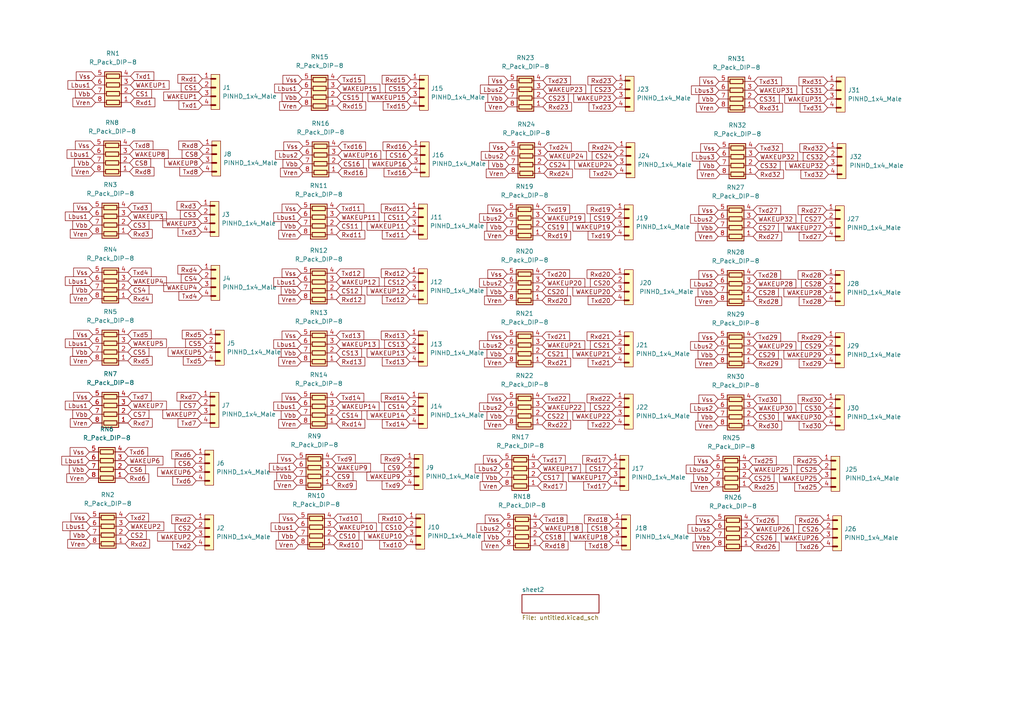
<source format=kicad_sch>
(kicad_sch (version 20231120) (generator "eeschema") (generator_version "8.0")
  (paper "A4")
  (global_label "CS13" (shape input) (at 97.536 102.362 0) (property "Intersheetrefs" "${INTERSHEET_REFS}" (effects (hide yes))))
  (global_label "WAKEUP28" (shape input) (at 218.44 82.296 0) (property "Intersheetrefs" "${INTERSHEET_REFS}" (effects (hide yes))))
  (global_label "Txd10" (shape input) (at 96.774 150.368 0) (property "Intersheetrefs" "${INTERSHEET_REFS}" (effects (hide yes))))
  (global_label "WAKEUP12" (shape input) (at 118.872 84.328 180) (property "Intersheetrefs" "${INTERSHEET_REFS}" (effects (hide yes))))
  (global_label "Vss" (shape input) (at 87.63 23.114 180) (property "Intersheetrefs" "${INTERSHEET_REFS}" (effects (hide yes))))
  (global_label "Txd25" (shape input) (at 238.506 141.224 180) (property "Intersheetrefs" "${INTERSHEET_REFS}" (effects (hide yes))))
  (global_label "Vbb" (shape input) (at 27.432 47.244 180) (property "Intersheetrefs" "${INTERSHEET_REFS}" (effects (hide yes))))
  (global_label "Txd13" (shape input) (at 118.872 104.902 180) (property "Intersheetrefs" "${INTERSHEET_REFS}" (effects (hide yes))))
  (global_label "CS29" (shape input) (at 218.44 102.87 0) (property "Intersheetrefs" "${INTERSHEET_REFS}" (effects (hide yes))))
  (global_label "Rxd10" (shape input) (at 118.11 150.368 180) (property "Intersheetrefs" "${INTERSHEET_REFS}" (effects (hide yes))))
  (global_label "Txd16" (shape input) (at 119.38 50.038 180) (property "Intersheetrefs" "${INTERSHEET_REFS}" (effects (hide yes))))
  (global_label "Rxd24" (shape input) (at 157.734 50.292 0) (property "Intersheetrefs" "${INTERSHEET_REFS}" (effects (hide yes))))
  (global_label "WAKEUP1" (shape input) (at 37.846 24.638 0) (property "Intersheetrefs" "${INTERSHEET_REFS}" (effects (hide yes))))
  (global_label "Rxd26" (shape input) (at 239.014 150.876 180) (property "Intersheetrefs" "${INTERSHEET_REFS}" (effects (hide yes))))
  (global_label "CS21" (shape input) (at 178.562 100.076 180) (property "Intersheetrefs" "${INTERSHEET_REFS}" (effects (hide yes))))
  (global_label "Rxd17" (shape input) (at 177.292 133.35 180) (property "Intersheetrefs" "${INTERSHEET_REFS}" (effects (hide yes))))
  (global_label "Lbus2" (shape input) (at 147.574 45.212 180) (property "Intersheetrefs" "${INTERSHEET_REFS}" (effects (hide yes))))
  (global_label "CS1" (shape input) (at 58.674 25.4 180) (property "Intersheetrefs" "${INTERSHEET_REFS}" (effects (hide yes))))
  (global_label "Rxd2" (shape input) (at 56.896 150.622 180) (property "Intersheetrefs" "${INTERSHEET_REFS}" (effects (hide yes))))
  (global_label "Vren" (shape input) (at 208.28 68.58 180) (property "Intersheetrefs" "${INTERSHEET_REFS}" (effects (hide yes))))
  (global_label "Vren" (shape input) (at 207.518 158.496 180) (property "Intersheetrefs" "${INTERSHEET_REFS}" (effects (hide yes))))
  (global_label "Vren" (shape input) (at 87.376 104.902 180) (property "Intersheetrefs" "${INTERSHEET_REFS}" (effects (hide yes))))
  (global_label "Txd31" (shape input) (at 218.694 23.622 0) (property "Intersheetrefs" "${INTERSHEET_REFS}" (effects (hide yes))))
  (global_label "CS23" (shape input) (at 178.816 25.908 180) (property "Intersheetrefs" "${INTERSHEET_REFS}" (effects (hide yes))))
  (global_label "Vren" (shape input) (at 208.534 31.242 180) (property "Intersheetrefs" "${INTERSHEET_REFS}" (effects (hide yes))))
  (global_label "Vss" (shape input) (at 146.304 150.622 180) (property "Intersheetrefs" "${INTERSHEET_REFS}" (effects (hide yes))))
  (global_label "WAKEUP26" (shape input) (at 239.014 155.956 180) (property "Intersheetrefs" "${INTERSHEET_REFS}" (effects (hide yes))))
  (global_label "Vren" (shape input) (at 208.788 50.546 180) (property "Intersheetrefs" "${INTERSHEET_REFS}" (effects (hide yes))))
  (global_label "Txd30" (shape input) (at 218.44 115.824 0) (property "Intersheetrefs" "${INTERSHEET_REFS}" (effects (hide yes))))
  (global_label "Vren" (shape input) (at 87.376 122.936 180) (property "Intersheetrefs" "${INTERSHEET_REFS}" (effects (hide yes))))
  (global_label "Vbb" (shape input) (at 87.376 102.362 180) (property "Intersheetrefs" "${INTERSHEET_REFS}" (effects (hide yes))))
  (global_label "CS26" (shape input) (at 239.014 153.416 180) (property "Intersheetrefs" "${INTERSHEET_REFS}" (effects (hide yes))))
  (global_label "Vren" (shape input) (at 26.162 157.734 180) (property "Intersheetrefs" "${INTERSHEET_REFS}" (effects (hide yes))))
  (global_label "Rxd4" (shape input) (at 37.084 86.614 0) (property "Intersheetrefs" "${INTERSHEET_REFS}" (effects (hide yes))))
  (global_label "Vren" (shape input) (at 27.686 29.718 180) (property "Intersheetrefs" "${INTERSHEET_REFS}" (effects (hide yes))))
  (global_label "Lbus1" (shape input) (at 26.924 99.568 180) (property "Intersheetrefs" "${INTERSHEET_REFS}" (effects (hide yes))))
  (global_label "Lbus2" (shape input) (at 147.066 82.042 180) (property "Intersheetrefs" "${INTERSHEET_REFS}" (effects (hide yes))))
  (global_label "Vbb" (shape input) (at 26.924 65.278 180) (property "Intersheetrefs" "${INTERSHEET_REFS}" (effects (hide yes))))
  (global_label "CS25" (shape input) (at 217.17 138.684 0) (property "Intersheetrefs" "${INTERSHEET_REFS}" (effects (hide yes))))
  (global_label "Vbb" (shape input) (at 207.01 138.684 180) (property "Intersheetrefs" "${INTERSHEET_REFS}" (effects (hide yes))))
  (global_label "WAKEUP21" (shape input) (at 178.562 102.616 180) (property "Intersheetrefs" "${INTERSHEET_REFS}" (effects (hide yes))))
  (global_label "Txd6" (shape input) (at 56.896 139.446 180) (property "Intersheetrefs" "${INTERSHEET_REFS}" (effects (hide yes))))
  (global_label "Vren" (shape input) (at 208.28 87.376 180) (property "Intersheetrefs" "${INTERSHEET_REFS}" (effects (hide yes))))
  (global_label "Vren" (shape input) (at 147.574 50.292 180) (property "Intersheetrefs" "${INTERSHEET_REFS}" (effects (hide yes))))
  (global_label "Txd15" (shape input) (at 119.126 30.734 180) (property "Intersheetrefs" "${INTERSHEET_REFS}" (effects (hide yes))))
  (global_label "Vbb" (shape input) (at 208.28 66.04 180) (property "Intersheetrefs" "${INTERSHEET_REFS}" (effects (hide yes))))
  (global_label "CS12" (shape input) (at 97.536 84.328 0) (property "Intersheetrefs" "${INTERSHEET_REFS}" (effects (hide yes))))
  (global_label "Vss" (shape input) (at 147.066 60.706 180) (property "Intersheetrefs" "${INTERSHEET_REFS}" (effects (hide yes))))
  (global_label "Lbus2" (shape input) (at 207.01 136.144 180) (property "Intersheetrefs" "${INTERSHEET_REFS}" (effects (hide yes))))
  (global_label "Vss" (shape input) (at 26.924 97.028 180) (property "Intersheetrefs" "${INTERSHEET_REFS}" (effects (hide yes))))
  (global_label "Rxd16" (shape input) (at 119.38 42.418 180) (property "Intersheetrefs" "${INTERSHEET_REFS}" (effects (hide yes))))
  (global_label "Txd14" (shape input) (at 97.536 115.316 0) (property "Intersheetrefs" "${INTERSHEET_REFS}" (effects (hide yes))))
  (global_label "CS8" (shape input) (at 58.928 44.704 180) (property "Intersheetrefs" "${INTERSHEET_REFS}" (effects (hide yes))))
  (global_label "Vbb" (shape input) (at 147.066 120.65 180) (property "Intersheetrefs" "${INTERSHEET_REFS}" (effects (hide yes))))
  (global_label "Txd4" (shape input) (at 37.084 78.994 0) (property "Intersheetrefs" "${INTERSHEET_REFS}" (effects (hide yes))))
  (global_label "CS24" (shape input) (at 179.07 45.212 180) (property "Intersheetrefs" "${INTERSHEET_REFS}" (effects (hide yes))))
  (global_label "Txd15" (shape input) (at 97.79 23.114 0) (property "Intersheetrefs" "${INTERSHEET_REFS}" (effects (hide yes))))
  (global_label "Txd32" (shape input) (at 218.948 42.926 0) (property "Intersheetrefs" "${INTERSHEET_REFS}" (effects (hide yes))))
  (global_label "Txd13" (shape input) (at 97.536 97.282 0) (property "Intersheetrefs" "${INTERSHEET_REFS}" (effects (hide yes))))
  (global_label "CS4" (shape input) (at 37.084 84.074 0) (property "Intersheetrefs" "${INTERSHEET_REFS}" (effects (hide yes))))
  (global_label "Vren" (shape input) (at 26.924 104.648 180) (property "Intersheetrefs" "${INTERSHEET_REFS}" (effects (hide yes))))
  (global_label "CS3" (shape input) (at 37.084 65.278 0) (property "Intersheetrefs" "${INTERSHEET_REFS}" (effects (hide yes))))
  (global_label "Txd2" (shape input) (at 36.322 150.114 0) (property "Intersheetrefs" "${INTERSHEET_REFS}" (effects (hide yes))))
  (global_label "Vbb" (shape input) (at 26.924 84.074 180) (property "Intersheetrefs" "${INTERSHEET_REFS}" (effects (hide yes))))
  (global_label "Txd5" (shape input) (at 37.084 97.028 0) (property "Intersheetrefs" "${INTERSHEET_REFS}" (effects (hide yes))))
  (global_label "Vbb" (shape input) (at 147.574 47.752 180) (property "Intersheetrefs" "${INTERSHEET_REFS}" (effects (hide yes))))
  (global_label "Lbus1" (shape input) (at 86.614 152.908 180) (property "Intersheetrefs" "${INTERSHEET_REFS}" (effects (hide yes))))
  (global_label "WAKEUP2" (shape input) (at 56.896 155.702 180) (property "Intersheetrefs" "${INTERSHEET_REFS}" (effects (hide yes))))
  (global_label "Txd27" (shape input) (at 239.776 68.58 180) (property "Intersheetrefs" "${INTERSHEET_REFS}" (effects (hide yes))))
  (global_label "Txd12" (shape input) (at 118.872 86.868 180) (property "Intersheetrefs" "${INTERSHEET_REFS}" (effects (hide yes))))
  (global_label "WAKEUP13" (shape input) (at 118.872 102.362 180) (property "Intersheetrefs" "${INTERSHEET_REFS}" (effects (hide yes))))
  (global_label "Vren" (shape input) (at 87.376 68.072 180) (property "Intersheetrefs" "${INTERSHEET_REFS}" (effects (hide yes))))
  (global_label "CS11" (shape input) (at 118.872 62.992 180) (property "Intersheetrefs" "${INTERSHEET_REFS}" (effects (hide yes))))
  (global_label "WAKEUP32" (shape input) (at 218.44 63.5 0) (property "Intersheetrefs" "${INTERSHEET_REFS}" (effects (hide yes))))
  (global_label "WAKEUP24" (shape input) (at 157.734 45.212 0) (property "Intersheetrefs" "${INTERSHEET_REFS}" (effects (hide yes))))
  (global_label "Txd22" (shape input) (at 178.562 123.19 180) (property "Intersheetrefs" "${INTERSHEET_REFS}" (effects (hide yes))))
  (global_label "Rxd21" (shape input) (at 157.226 105.156 0) (property "Intersheetrefs" "${INTERSHEET_REFS}" (effects (hide yes))))
  (global_label "Rxd32" (shape input) (at 240.284 42.926 180) (property "Intersheetrefs" "${INTERSHEET_REFS}" (effects (hide yes))))
  (global_label "Vren" (shape input) (at 87.63 30.734 180) (property "Intersheetrefs" "${INTERSHEET_REFS}" (effects (hide yes))))
  (global_label "Vren" (shape input) (at 208.28 123.444 180) (property "Intersheetrefs" "${INTERSHEET_REFS}" (effects (hide yes))))
  (global_label "Rxd10" (shape input) (at 96.774 157.988 0) (property "Intersheetrefs" "${INTERSHEET_REFS}" (effects (hide yes))))
  (global_label "WAKEUP19" (shape input) (at 178.562 65.786 180) (property "Intersheetrefs" "${INTERSHEET_REFS}" (effects (hide yes))))
  (global_label "CS17" (shape input) (at 177.292 135.89 180) (property "Intersheetrefs" "${INTERSHEET_REFS}" (effects (hide yes))))
  (global_label "Vss" (shape input) (at 147.066 115.57 180) (property "Intersheetrefs" "${INTERSHEET_REFS}" (effects (hide yes))))
  (global_label "CS29" (shape input) (at 239.776 100.33 180) (property "Intersheetrefs" "${INTERSHEET_REFS}" (effects (hide yes))))
  (global_label "CS9" (shape input) (at 117.602 135.636 180) (property "Intersheetrefs" "${INTERSHEET_REFS}" (effects (hide yes))))
  (global_label "WAKEUP10" (shape input) (at 118.11 155.448 180) (property "Intersheetrefs" "${INTERSHEET_REFS}" (effects (hide yes))))
  (global_label "WAKEUP23" (shape input) (at 178.816 28.448 180) (property "Intersheetrefs" "${INTERSHEET_REFS}" (effects (hide yes))))
  (global_label "Rxd17" (shape input) (at 155.956 140.97 0) (property "Intersheetrefs" "${INTERSHEET_REFS}" (effects (hide yes))))
  (global_label "CS28" (shape input) (at 239.776 82.296 180) (property "Intersheetrefs" "${INTERSHEET_REFS}" (effects (hide yes))))
  (global_label "Rxd2" (shape input) (at 36.322 157.734 0) (property "Intersheetrefs" "${INTERSHEET_REFS}" (effects (hide yes))))
  (global_label "Vren" (shape input) (at 146.304 158.242 180) (property "Intersheetrefs" "${INTERSHEET_REFS}" (effects (hide yes))))
  (global_label "WAKEUP31" (shape input) (at 218.694 26.162 0) (property "Intersheetrefs" "${INTERSHEET_REFS}" (effects (hide yes))))
  (global_label "WAKEUP9" (shape input) (at 96.266 135.636 0) (property "Intersheetrefs" "${INTERSHEET_REFS}" (effects (hide yes))))
  (global_label "Lbus2" (shape input) (at 87.884 44.958 180) (property "Intersheetrefs" "${INTERSHEET_REFS}" (effects (hide yes))))
  (global_label "Lbus1" (shape input) (at 26.924 62.738 180) (property "Intersheetrefs" "${INTERSHEET_REFS}" (effects (hide yes))))
  (global_label "Rxd23" (shape input) (at 178.816 23.368 180) (property "Intersheetrefs" "${INTERSHEET_REFS}" (effects (hide yes))))
  (global_label "Vss" (shape input) (at 147.574 42.672 180) (property "Intersheetrefs" "${INTERSHEET_REFS}" (effects (hide yes))))
  (global_label "WAKEUP5" (shape input) (at 59.944 102.108 180) (property "Intersheetrefs" "${INTERSHEET_REFS}" (effects (hide yes))))
  (global_label "CS32" (shape input) (at 218.948 48.006 0) (property "Intersheetrefs" "${INTERSHEET_REFS}" (effects (hide yes))))
  (global_label "Rxd20" (shape input) (at 157.226 87.122 0) (property "Intersheetrefs" "${INTERSHEET_REFS}" (effects (hide yes))))
  (global_label "Lbus2" (shape input) (at 147.066 118.11 180) (property "Intersheetrefs" "${INTERSHEET_REFS}" (effects (hide yes))))
  (global_label "Vss" (shape input) (at 208.28 60.96 180) (property "Intersheetrefs" "${INTERSHEET_REFS}" (effects (hide yes))))
  (global_label "Rxd27" (shape input) (at 239.776 60.96 180) (property "Intersheetrefs" "${INTERSHEET_REFS}" (effects (hide yes))))
  (global_label "Rxd31" (shape input) (at 218.694 31.242 0) (property "Intersheetrefs" "${INTERSHEET_REFS}" (effects (hide yes))))
  (global_label "Vbb" (shape input) (at 26.924 120.142 180) (property "Intersheetrefs" "${INTERSHEET_REFS}" (effects (hide yes))))
  (global_label "Rxd1" (shape input) (at 58.674 22.86 180) (property "Intersheetrefs" "${INTERSHEET_REFS}" (effects (hide yes))))
  (global_label "Vren" (shape input) (at 147.066 87.122 180) (property "Intersheetrefs" "${INTERSHEET_REFS}" (effects (hide yes))))
  (global_label "CS5" (shape input) (at 59.944 99.568 180) (property "Intersheetrefs" "${INTERSHEET_REFS}" (effects (hide yes))))
  (global_label "WAKEUP28" (shape input) (at 239.776 84.836 180) (property "Intersheetrefs" "${INTERSHEET_REFS}" (effects (hide yes))))
  (global_label "Vbb" (shape input) (at 87.63 28.194 180) (property "Intersheetrefs" "${INTERSHEET_REFS}" (effects (hide yes))))
  (global_label "WAKEUP14" (shape input) (at 118.872 120.396 180) (property "Intersheetrefs" "${INTERSHEET_REFS}" (effects (hide yes))))
  (global_label "Txd6" (shape input) (at 36.068 131.064 0) (property "Intersheetrefs" "${INTERSHEET_REFS}" (effects (hide yes))))
  (global_label "CS9" (shape input) (at 96.266 138.176 0) (property "Intersheetrefs" "${INTERSHEET_REFS}" (effects (hide yes))))
  (global_label "Vss" (shape input) (at 87.884 42.418 180) (property "Intersheetrefs" "${INTERSHEET_REFS}" (effects (hide yes))))
  (global_label "CS19" (shape input) (at 178.562 63.246 180) (property "Intersheetrefs" "${INTERSHEET_REFS}" (effects (hide yes))))
  (global_label "Lbus1" (shape input) (at 27.686 24.638 180) (property "Intersheetrefs" "${INTERSHEET_REFS}" (effects (hide yes))))
  (global_label "Vss" (shape input) (at 147.32 23.368 180) (property "Intersheetrefs" "${INTERSHEET_REFS}" (effects (hide yes))))
  (global_label "Rxd22" (shape input) (at 157.226 123.19 0) (property "Intersheetrefs" "${INTERSHEET_REFS}" (effects (hide yes))))
  (global_label "WAKEUP3" (shape input) (at 58.42 64.77 180) (property "Intersheetrefs" "${INTERSHEET_REFS}" (effects (hide yes))))
  (global_label "Vbb" (shape input) (at 86.614 155.448 180) (property "Intersheetrefs" "${INTERSHEET_REFS}" (effects (hide yes))))
  (global_label "WAKEUP10" (shape input) (at 96.774 152.908 0) (property "Intersheetrefs" "${INTERSHEET_REFS}" (effects (hide yes))))
  (global_label "Rxd27" (shape input) (at 218.44 68.58 0) (property "Intersheetrefs" "${INTERSHEET_REFS}" (effects (hide yes))))
  (global_label "Rxd11" (shape input) (at 118.872 60.452 180) (property "Intersheetrefs" "${INTERSHEET_REFS}" (effects (hide yes))))
  (global_label "Rxd15" (shape input) (at 119.126 23.114 180) (property "Intersheetrefs" "${INTERSHEET_REFS}" (effects (hide yes))))
  (global_label "CS18" (shape input) (at 156.464 155.702 0) (property "Intersheetrefs" "${INTERSHEET_REFS}" (effects (hide yes))))
  (global_label "Vren" (shape input) (at 147.066 123.19 180) (property "Intersheetrefs" "${INTERSHEET_REFS}" (effects (hide yes))))
  (global_label "WAKEUP6" (shape input) (at 56.896 136.906 180) (property "Intersheetrefs" "${INTERSHEET_REFS}" (effects (hide yes))))
  (global_label "Txd3" (shape input) (at 37.084 60.198 0) (property "Intersheetrefs" "${INTERSHEET_REFS}" (effects (hide yes))))
  (global_label "Vbb" (shape input) (at 25.908 136.144 180) (property "Intersheetrefs" "${INTERSHEET_REFS}" (effects (hide yes))))
  (global_label "CS14" (shape input) (at 118.872 117.856 180) (property "Intersheetrefs" "${INTERSHEET_REFS}" (effects (hide yes))))
  (global_label "Vss" (shape input) (at 26.924 60.198 180) (property "Intersheetrefs" "${INTERSHEET_REFS}" (effects (hide yes))))
  (global_label "Rxd28" (shape input) (at 239.776 79.756 180) (property "Intersheetrefs" "${INTERSHEET_REFS}" (effects (hide yes))))
  (global_label "Rxd24" (shape input) (at 179.07 42.672 180) (property "Intersheetrefs" "${INTERSHEET_REFS}" (effects (hide yes))))
  (global_label "Vss" (shape input) (at 145.796 133.35 180) (property "Intersheetrefs" "${INTERSHEET_REFS}" (effects (hide yes))))
  (global_label "Txd22" (shape input) (at 157.226 115.57 0) (property "Intersheetrefs" "${INTERSHEET_REFS}" (effects (hide yes))))
  (global_label "Rxd8" (shape input) (at 37.592 49.784 0) (property "Intersheetrefs" "${INTERSHEET_REFS}" (effects (hide yes))))
  (global_label "Vss" (shape input) (at 87.376 79.248 180) (property "Intersheetrefs" "${INTERSHEET_REFS}" (effects (hide yes))))
  (global_label "Vss" (shape input) (at 26.924 78.994 180) (property "Intersheetrefs" "${INTERSHEET_REFS}" (effects (hide yes))))
  (global_label "Lbus2" (shape input) (at 147.066 100.076 180) (property "Intersheetrefs" "${INTERSHEET_REFS}" (effects (hide yes))))
  (global_label "WAKEUP15" (shape input) (at 97.79 25.654 0) (property "Intersheetrefs" "${INTERSHEET_REFS}" (effects (hide yes))))
  (global_label "WAKEUP29" (shape input) (at 218.44 100.33 0) (property "Intersheetrefs" "${INTERSHEET_REFS}" (effects (hide yes))))
  (global_label "Rxd13" (shape input) (at 118.872 97.282 180) (property "Intersheetrefs" "${INTERSHEET_REFS}" (effects (hide yes))))
  (global_label "Rxd12" (shape input) (at 97.536 86.868 0) (property "Intersheetrefs" "${INTERSHEET_REFS}" (effects (hide yes))))
  (global_label "Txd28" (shape input) (at 239.776 87.376 180) (property "Intersheetrefs" "${INTERSHEET_REFS}" (effects (hide yes))))
  (global_label "Vbb" (shape input) (at 147.066 65.786 180) (property "Intersheetrefs" "${INTERSHEET_REFS}" (effects (hide yes))))
  (global_label "Txd17" (shape input) (at 155.956 133.35 0) (property "Intersheetrefs" "${INTERSHEET_REFS}" (effects (hide yes))))
  (global_label "Rxd26" (shape input) (at 217.678 158.496 0) (property "Intersheetrefs" "${INTERSHEET_REFS}" (effects (hide yes))))
  (global_label "CS13" (shape input) (at 118.872 99.822 180) (property "Intersheetrefs" "${INTERSHEET_REFS}" (effects (hide yes))))
  (global_label "Lbus3" (shape input) (at 208.788 45.466 180) (property "Intersheetrefs" "${INTERSHEET_REFS}" (effects (hide yes))))
  (global_label "WAKEUP29" (shape input) (at 239.776 102.87 180) (property "Intersheetrefs" "${INTERSHEET_REFS}" (effects (hide yes))))
  (global_label "Vbb" (shape input) (at 147.32 28.448 180) (property "Intersheetrefs" "${INTERSHEET_REFS}" (effects (hide yes))))
  (global_label "Txd23" (shape input) (at 157.48 23.368 0) (property "Intersheetrefs" "${INTERSHEET_REFS}" (effects (hide yes))))
  (global_label "WAKEUP24" (shape input) (at 179.07 47.752 180) (property "Intersheetrefs" "${INTERSHEET_REFS}" (effects (hide yes))))
  (global_label "Txd29" (shape input) (at 218.44 97.79 0) (property "Intersheetrefs" "${INTERSHEET_REFS}" (effects (hide yes))))
  (global_label "Lbus3" (shape input) (at 208.534 26.162 180) (property "Intersheetrefs" "${INTERSHEET_REFS}" (effects (hide yes))))
  (global_label "Rxd3" (shape input) (at 58.42 59.69 180) (property "Intersheetrefs" "${INTERSHEET_REFS}" (effects (hide yes))))
  (global_label "Lbus1" (shape input) (at 26.924 81.534 180) (property "Intersheetrefs" "${INTERSHEET_REFS}" (effects (hide yes))))
  (global_label "Vss" (shape input) (at 208.28 97.79 180) (property "Intersheetrefs" "${INTERSHEET_REFS}" (effects (hide yes))))
  (global_label "CS12" (shape input) (at 118.872 81.788 180) (property "Intersheetrefs" "${INTERSHEET_REFS}" (effects (hide yes))))
  (global_label "Rxd3" (shape input) (at 37.084 67.818 0) (property "Intersheetrefs" "${INTERSHEET_REFS}" (effects (hide yes))))
  (global_label "Rxd12" (shape input) (at 118.872 79.248 180) (property "Intersheetrefs" "${INTERSHEET_REFS}" (effects (hide yes))))
  (global_label "Vss" (shape input) (at 86.106 133.096 180) (property "Intersheetrefs" "${INTERSHEET_REFS}" (effects (hide yes))))
  (global_label "Vren" (shape input) (at 25.908 138.684 180) (property "Intersheetrefs" "${INTERSHEET_REFS}" (effects (hide yes))))
  (global_label "CS22" (shape input) (at 178.562 118.11 180) (property "Intersheetrefs" "${INTERSHEET_REFS}" (effects (hide yes))))
  (global_label "Vren" (shape input) (at 147.32 30.988 180) (property "Intersheetrefs" "${INTERSHEET_REFS}" (effects (hide yes))))
  (global_label "WAKEUP30" (shape input) (at 218.44 118.364 0) (property "Intersheetrefs" "${INTERSHEET_REFS}" (effects (hide yes))))
  (global_label "WAKEUP6" (shape input) (at 36.068 133.604 0) (property "Intersheetrefs" "${INTERSHEET_REFS}" (effects (hide yes))))
  (global_label "Txd5" (shape input) (at 59.944 104.648 180) (property "Intersheetrefs" "${INTERSHEET_REFS}" (effects (hide yes))))
  (global_label "Txd31" (shape input) (at 240.03 31.242 180) (property "Intersheetrefs" "${INTERSHEET_REFS}" (effects (hide yes))))
  (global_label "Lbus1" (shape input) (at 87.376 99.822 180) (property "Intersheetrefs" "${INTERSHEET_REFS}" (effects (hide yes))))
  (global_label "Vren" (shape input) (at 86.614 157.988 180) (property "Intersheetrefs" "${INTERSHEET_REFS}" (effects (hide yes))))
  (global_label "Vbb" (shape input) (at 208.28 120.904 180) (property "Intersheetrefs" "${INTERSHEET_REFS}" (effects (hide yes))))
  (global_label "CS15" (shape input) (at 119.126 25.654 180) (property "Intersheetrefs" "${INTERSHEET_REFS}" (effects (hide yes))))
  (global_label "Rxd28" (shape input) (at 218.44 87.376 0) (property "Intersheetrefs" "${INTERSHEET_REFS}" (effects (hide yes))))
  (global_label "CS20" (shape input) (at 157.226 84.582 0) (property "Intersheetrefs" "${INTERSHEET_REFS}" (effects (hide yes))))
  (global_label "WAKEUP20" (shape input) (at 157.226 82.042 0) (property "Intersheetrefs" "${INTERSHEET_REFS}" (effects (hide yes))))
  (global_label "CS6" (shape input) (at 56.896 134.366 180) (property "Intersheetrefs" "${INTERSHEET_REFS}" (effects (hide yes))))
  (global_label "CS22" (shape input) (at 157.226 120.65 0) (property "Intersheetrefs" "${INTERSHEET_REFS}" (effects (hide yes))))
  (global_label "WAKEUP23" (shape input) (at 157.48 25.908 0) (property "Intersheetrefs" "${INTERSHEET_REFS}" (effects (hide yes))))
  (global_label "Vren" (shape input) (at 87.376 86.868 180) (property "Intersheetrefs" "${INTERSHEET_REFS}" (effects (hide yes))))
  (global_label "Rxd23" (shape input) (at 157.48 30.988 0) (property "Intersheetrefs" "${INTERSHEET_REFS}" (effects (hide yes))))
  (global_label "Txd29" (shape input) (at 239.776 105.41 180) (property "Intersheetrefs" "${INTERSHEET_REFS}" (effects (hide yes))))
  (global_label "Vren" (shape input) (at 147.066 68.326 180) (property "Intersheetrefs" "${INTERSHEET_REFS}" (effects (hide yes))))
  (global_label "Txd19" (shape input) (at 178.562 68.326 180) (property "Intersheetrefs" "${INTERSHEET_REFS}" (effects (hide yes))))
  (global_label "Txd18" (shape input) (at 156.464 150.622 0) (property "Intersheetrefs" "${INTERSHEET_REFS}" (effects (hide yes))))
  (global_label "Lbus1" (shape input) (at 26.924 117.602 180) (property "Intersheetrefs" "${INTERSHEET_REFS}" (effects (hide yes))))
  (global_label "Txd20" (shape input) (at 157.226 79.502 0) (property "Intersheetrefs" "${INTERSHEET_REFS}" (effects (hide yes))))
  (global_label "Vbb" (shape input) (at 27.686 27.178 180) (property "Intersheetrefs" "${INTERSHEET_REFS}" (effects (hide yes))))
  (global_label "Rxd16" (shape input) (at 98.044 50.038 0) (property "Intersheetrefs" "${INTERSHEET_REFS}" (effects (hide yes))))
  (global_label "Rxd4" (shape input) (at 58.674 78.232 180) (property "Intersheetrefs" "${INTERSHEET_REFS}" (effects (hide yes))))
  (global_label "Txd10" (shape input) (at 118.11 157.988 180) (property "Intersheetrefs" "${INTERSHEET_REFS}" (effects (hide yes))))
  (global_label "Txd23" (shape input) (at 178.816 30.988 180) (property "Intersheetrefs" "${INTERSHEET_REFS}" (effects (hide yes))))
  (global_label "Rxd7" (shape input) (at 37.084 122.682 0) (property "Intersheetrefs" "${INTERSHEET_REFS}" (effects (hide yes))))
  (global_label "Rxd19" (shape input) (at 157.226 68.326 0) (property "Intersheetrefs" "${INTERSHEET_REFS}" (effects (hide yes))))
  (global_label "Vss" (shape input) (at 147.066 97.536 180) (property "Intersheetrefs" "${INTERSHEET_REFS}" (effects (hide yes))))
  (global_label "Rxd30" (shape input) (at 239.776 115.824 180) (property "Intersheetrefs" "${INTERSHEET_REFS}" (effects (hide yes))))
  (global_label "Vss" (shape input) (at 147.066 79.502 180) (property "Intersheetrefs" "${INTERSHEET_REFS}" (effects (hide yes))))
  (global_label "WAKEUP21" (shape input) (at 157.226 100.076 0) (property "Intersheetrefs" "${INTERSHEET_REFS}" (effects (hide yes))))
  (global_label "Lbus1" (shape input) (at 87.376 117.856 180) (property "Intersheetrefs" "${INTERSHEET_REFS}" (effects (hide yes))))
  (global_label "WAKEUP8" (shape input) (at 37.592 44.704 0) (property "Intersheetrefs" "${INTERSHEET_REFS}" (effects (hide yes))))
  (global_label "Txd3" (shape input) (at 58.42 67.31 180) (property "Intersheetrefs" "${INTERSHEET_REFS}" (effects (hide yes))))
  (global_label "Lbus1" (shape input) (at 26.162 152.654 180) (property "Intersheetrefs" "${INTERSHEET_REFS}" (effects (hide yes))))
  (global_label "Rxd14" (shape input) (at 118.872 115.316 180) (property "Intersheetrefs" "${INTERSHEET_REFS}" (effects (hide yes))))
  (global_label "Vss" (shape input) (at 27.432 42.164 180) (property "Intersheetrefs" "${INTERSHEET_REFS}" (effects (hide yes))))
  (global_label "CS16" (shape input) (at 119.38 44.958 180) (property "Intersheetrefs" "${INTERSHEET_REFS}" (effects (hide yes))))
  (global_label "WAKEUP11" (shape input) (at 118.872 65.532 180) (property "Intersheetrefs" "${INTERSHEET_REFS}" (effects (hide yes))))
  (global_label "Txd17" (shape input) (at 177.292 140.97 180) (property "Intersheetrefs" "${INTERSHEET_REFS}" (effects (hide yes))))
  (global_label "WAKEUP7" (shape input) (at 58.42 120.142 180) (property "Intersheetrefs" "${INTERSHEET_REFS}" (effects (hide yes))))
  (global_label "Txd7" (shape input) (at 37.084 115.062 0) (property "Intersheetrefs" "${INTERSHEET_REFS}" (effects (hide yes))))
  (global_label "CS27" (shape input) (at 218.44 66.04 0) (property "Intersheetrefs" "${INTERSHEET_REFS}" (effects (hide yes))))
  (global_label "CS21" (shape input) (at 157.226 102.616 0) (property "Intersheetrefs" "${INTERSHEET_REFS}" (effects (hide yes))))
  (global_label "Txd8" (shape input) (at 37.592 42.164 0) (property "Intersheetrefs" "${INTERSHEET_REFS}" (effects (hide yes))))
  (global_label "Txd9" (shape input) (at 96.266 133.096 0) (property "Intersheetrefs" "${INTERSHEET_REFS}" (effects (hide yes))))
  (global_label "CS4" (shape input) (at 58.674 80.772 180) (property "Intersheetrefs" "${INTERSHEET_REFS}" (effects (hide yes))))
  (global_label "WAKEUP7" (shape input) (at 37.084 117.602 0) (property "Intersheetrefs" "${INTERSHEET_REFS}" (effects (hide yes))))
  (global_label "Lbus2" (shape input) (at 147.066 63.246 180) (property "Intersheetrefs" "${INTERSHEET_REFS}" (effects (hide yes))))
  (global_label "CS14" (shape input) (at 97.536 120.396 0) (property "Intersheetrefs" "${INTERSHEET_REFS}" (effects (hide yes))))
  (global_label "WAKEUP18" (shape input) (at 156.464 153.162 0) (property "Intersheetrefs" "${INTERSHEET_REFS}" (effects (hide yes))))
  (global_label "Vren" (shape input) (at 86.106 140.716 180) (property "Intersheetrefs" "${INTERSHEET_REFS}" (effects (hide yes))))
  (global_label "WAKEUP13" (shape input) (at 97.536 99.822 0) (property "Intersheetrefs" "${INTERSHEET_REFS}" (effects (hide yes))))
  (global_label "CS32" (shape input) (at 240.284 45.466 180) (property "Intersheetrefs" "${INTERSHEET_REFS}" (effects (hide yes))))
  (global_label "Vbb" (shape input) (at 26.924 102.108 180) (property "Intersheetrefs" "${INTERSHEET_REFS}" (effects (hide yes))))
  (global_label "Txd24" (shape input) (at 179.07 50.292 180) (property "Intersheetrefs" "${INTERSHEET_REFS}" (effects (hide yes))))
  (global_label "WAKEUP22" (shape input) (at 157.226 118.11 0) (property "Intersheetrefs" "${INTERSHEET_REFS}" (effects (hide yes))))
  (global_label "Rxd32" (shape input) (at 218.948 50.546 0) (property "Intersheetrefs" "${INTERSHEET_REFS}" (effects (hide yes))))
  (global_label "Rxd20" (shape input) (at 178.562 79.502 180) (property "Intersheetrefs" "${INTERSHEET_REFS}" (effects (hide yes))))
  (global_label "Rxd25" (shape input) (at 238.506 133.604 180) (property "Intersheetrefs" "${INTERSHEET_REFS}" (effects (hide yes))))
  (global_label "Rxd29" (shape input) (at 239.776 97.79 180) (property "Intersheetrefs" "${INTERSHEET_REFS}" (effects (hide yes))))
  (global_label "CS8" (shape input) (at 37.592 47.244 0) (property "Intersheetrefs" "${INTERSHEET_REFS}" (effects (hide yes))))
  (global_label "Rxd11" (shape input) (at 97.536 68.072 0) (property "Intersheetrefs" "${INTERSHEET_REFS}" (effects (hide yes))))
  (global_label "WAKEUP25" (shape input) (at 217.17 136.144 0) (property "Intersheetrefs" "${INTERSHEET_REFS}" (effects (hide yes))))
  (global_label "WAKEUP31" (shape input) (at 240.03 28.702 180) (property "Intersheetrefs" "${INTERSHEET_REFS}" (effects (hide yes))))
  (global_label "WAKEUP20" (shape input) (at 178.562 84.582 180) (property "Intersheetrefs" "${INTERSHEET_REFS}" (effects (hide yes))))
  (global_label "WAKEUP1" (shape input) (at 58.674 27.94 180) (property "Intersheetrefs" "${INTERSHEET_REFS}" (effects (hide yes))))
  (global_label "Txd32" (shape input) (at 240.284 50.546 180) (property "Intersheetrefs" "${INTERSHEET_REFS}" (effects (hide yes))))
  (global_label "CS5" (shape input) (at 37.084 102.108 0) (property "Intersheetrefs" "${INTERSHEET_REFS}" (effects (hide yes))))
  (global_label "Rxd31" (shape input) (at 240.03 23.622 180) (property "Intersheetrefs" "${INTERSHEET_REFS}" (effects (hide yes))))
  (global_label "Vss" (shape input) (at 26.924 115.062 180) (property "Intersheetrefs" "${INTERSHEET_REFS}" (effects (hide yes))))
  (global_label "WAKEUP18" (shape input) (at 177.8 155.702 180) (property "Intersheetrefs" "${INTERSHEET_REFS}" (effects (hide yes))))
  (global_label "WAKEUP3" (shape input) (at 37.084 62.738 0) (property "Intersheetrefs" "${INTERSHEET_REFS}" (effects (hide yes))))
  (global_label "CS16" (shape input) (at 98.044 47.498 0) (property "Intersheetrefs" "${INTERSHEET_REFS}" (effects (hide yes))))
  (global_label "Lbus2" (shape input) (at 147.32 25.908 180) (property "Intersheetrefs" "${INTERSHEET_REFS}" (effects (hide yes))))
  (global_label "Txd16" (shape input) (at 98.044 42.418 0) (property "Intersheetrefs" "${INTERSHEET_REFS}" (effects (hide yes))))
  (global_label "Vbb" (shape input) (at 208.28 102.87 180) (property "Intersheetrefs" "${INTERSHEET_REFS}" (effects (hide yes))))
  (global_label "Rxd14" (shape input) (at 97.536 122.936 0) (property "Intersheetrefs" "${INTERSHEET_REFS}" (effects (hide yes))))
  (global_label "Vbb" (shape input) (at 87.376 84.328 180) (property "Intersheetrefs" "${INTERSHEET_REFS}" (effects (hide yes))))
  (global_label "Rxd6" (shape input) (at 56.896 131.826 180) (property "Intersheetrefs" "${INTERSHEET_REFS}" (effects (hide yes))))
  (global_label "Txd11" (shape input) (at 118.872 68.072 180) (property "Intersheetrefs" "${INTERSHEET_REFS}" (effects (hide yes))))
  (global_label "WAKEUP14" (shape input) (at 97.536 117.856 0) (property "Intersheetrefs" "${INTERSHEET_REFS}" (effects (hide yes))))
  (global_label "WAKEUP26" (shape input) (at 217.678 153.416 0) (property "Intersheetrefs" "${INTERSHEET_REFS}" (effects (hide yes))))
  (global_label "Lbus2" (shape input) (at 208.28 100.33 180) (property "Intersheetrefs" "${INTERSHEET_REFS}" (effects (hide yes))))
  (global_label "CS24" (shape input) (at 157.734 47.752 0) (property "Intersheetrefs" "${INTERSHEET_REFS}" (effects (hide yes))))
  (global_label "Txd26" (shape input) (at 239.014 158.496 180) (property "Intersheetrefs" "${INTERSHEET_REFS}" (effects (hide yes))))
  (global_label "Txd25" (shape input) (at 217.17 133.604 0) (property "Intersheetrefs" "${INTERSHEET_REFS}" (effects (hide yes))))
  (global_label "CS30" (shape input) (at 239.776 118.364 180) (property "Intersheetrefs" "${INTERSHEET_REFS}" (effects (hide yes))))
  (global_label "CS26" (shape input) (at 217.678 155.956 0) (property "Intersheetrefs" "${INTERSHEET_REFS}" (effects (hide yes))))
  (global_label "CS10" (shape input) (at 96.774 155.448 0) (property "Intersheetrefs" "${INTERSHEET_REFS}" (effects (hide yes))))
  (global_label "WAKEUP5" (shape input) (at 37.084 99.568 0) (property "Intersheetrefs" "${INTERSHEET_REFS}" (effects (hide yes))))
  (global_label "Txd12" (shape input) (at 97.536 79.248 0) (property "Intersheetrefs" "${INTERSHEET_REFS}" (effects (hide yes))))
  (global_label "CS17" (shape input) (at 155.956 138.43 0) (property "Intersheetrefs" "${INTERSHEET_REFS}" (effects (hide yes))))
  (global_label "Vbb" (shape input) (at 87.376 120.396 180) (property "Intersheetrefs" "${INTERSHEET_REFS}" (effects (hide yes))))
  (global_label "WAKEUP17" (shape input) (at 177.292 138.43 180) (property "Intersheetrefs" "${INTERSHEET_REFS}" (effects (hide yes))))
  (global_label "Vss" (shape input) (at 208.788 42.926 180) (property "Intersheetrefs" "${INTERSHEET_REFS}" (effects (hide yes))))
  (global_label "WAKEUP16" (shape input) (at 119.38 47.498 180) (property "Intersheetrefs" "${INTERSHEET_REFS}" (effects (hide yes))))
  (global_label "WAKEUP27" (shape input) (at 239.776 66.04 180) (property "Intersheetrefs" "${INTERSHEET_REFS}" (effects (hide yes))))
  (global_label "Vren" (shape input) (at 27.432 49.784 180) (property "Intersheetrefs" "${INTERSHEET_REFS}" (effects (hide yes))))
  (global_label "Txd1" (shape input) (at 58.674 30.48 180) (property "Intersheetrefs" "${INTERSHEET_REFS}" (effects (hide yes))))
  (global_label "Txd18" (shape input) (at 177.8 158.242 180) (property "Intersheetrefs" "${INTERSHEET_REFS}" (effects (hide yes))))
  (global_label "Lbus1" (shape input) (at 25.908 133.604 180) (property "Intersheetrefs" "${INTERSHEET_REFS}" (effects (hide yes))))
  (global_label "Lbus2" (shape input) (at 208.28 118.364 180) (property "Intersheetrefs" "${INTERSHEET_REFS}" (effects (hide yes))))
  (global_label "Vbb" (shape input) (at 87.376 65.532 180) (property "Intersheetrefs" "${INTERSHEET_REFS}" (effects (hide yes))))
  (global_label "WAKEUP32" (shape input) (at 240.284 48.006 180) (property "Intersheetrefs" "${INTERSHEET_REFS}" (effects (hide yes))))
  (global_label "Rxd6" (shape input) (at 36.068 138.684 0) (property "Intersheetrefs" "${INTERSHEET_REFS}" (effects (hide yes))))
  (global_label "Rxd19" (shape input) (at 178.562 60.706 180) (property "Intersheetrefs" "${INTERSHEET_REFS}" (effects (hide yes))))
  (global_label "CS1" (shape input) (at 37.846 27.178 0) (property "Intersheetrefs" "${INTERSHEET_REFS}" (effects (hide yes))))
  (global_label "Txd1" (shape input) (at 37.846 22.098 0) (property "Intersheetrefs" "${INTERSHEET_REFS}" (effects (hide yes))))
  (global_label "WAKEUP22" (shape input) (at 178.562 120.65 180) (property "Intersheetrefs" "${INTERSHEET_REFS}" (effects (hide yes))))
  (global_label "Txd20" (shape input) (at 178.562 87.122 180) (property "Intersheetrefs" "${INTERSHEET_REFS}" (effects (hide yes))))
  (global_label "Txd30" (shape input) (at 239.776 123.444 180) (property "Intersheetrefs" "${INTERSHEET_REFS}" (effects (hide yes))))
  (global_label "Vbb" (shape input) (at 87.884 47.498 180) (property "Intersheetrefs" "${INTERSHEET_REFS}" (effects (hide yes))))
  (global_label "Txd2" (shape input) (at 56.896 158.242 180) (property "Intersheetrefs" "${INTERSHEET_REFS}" (effects (hide yes))))
  (global_label "Txd7" (shape input) (at 58.42 122.682 180) (property "Intersheetrefs" "${INTERSHEET_REFS}" (effects (hide yes))))
  (global_label "CS18" (shape input) (at 177.8 153.162 180) (property "Intersheetrefs" "${INTERSHEET_REFS}" (effects (hide yes))))
  (global_label "Lbus1" (shape input) (at 87.376 62.992 180) (property "Intersheetrefs" "${INTERSHEET_REFS}" (effects (hide yes))))
  (global_label "WAKEUP4" (shape input) (at 58.674 83.312 180) (property "Intersheetrefs" "${INTERSHEET_REFS}" (effects (hide yes))))
  (global_label "WAKEUP17" (shape input) (at 155.956 135.89 0) (property "Intersheetrefs" "${INTERSHEET_REFS}" (effects (hide yes))))
  (global_label "Vren" (shape input) (at 207.01 141.224 180) (property "Intersheetrefs" "${INTERSHEET_REFS}" (effects (hide yes))))
  (global_label "WAKEUP2" (shape input) (at 36.322 152.654 0) (property "Intersheetrefs" "${INTERSHEET_REFS}" (effects (hide yes))))
  (global_label "Txd14" (shape input) (at 118.872 122.936 180) (property "Intersheetrefs" "${INTERSHEET_REFS}" (effects (hide yes))))
  (global_label "WAKEUP12" (shape input) (at 97.536 81.788 0) (property "Intersheetrefs" "${INTERSHEET_REFS}" (effects (hide yes))))
  (global_label "Txd27" (shape input) (at 218.44 60.96 0) (property "Intersheetrefs" "${INTERSHEET_REFS}" (effects (hide yes))))
  (global_label "Rxd9" (shape input) (at 117.602 133.096 180) (property "Intersheetrefs" "${INTERSHEET_REFS}" (effects (hide yes))))
  (global_label "Vss" (shape input) (at 208.28 79.756 180) (property "Intersheetrefs" "${INTERSHEET_REFS}" (effects (hide yes))))
  (global_label "Lbus2" (shape input) (at 145.796 135.89 180) (property "Intersheetrefs" "${INTERSHEET_REFS}" (effects (hide yes))))
  (global_label "Vbb" (shape input) (at 146.304 155.702 180) (property "Intersheetrefs" "${INTERSHEET_REFS}" (effects (hide yes))))
  (global_label "WAKEUP8" (shape input) (at 58.928 47.244 180) (property "Intersheetrefs" "${INTERSHEET_REFS}" (effects (hide yes))))
  (global_label "WAKEUP15" (shape input) (at 119.126 28.194 180) (property "Intersheetrefs" "${INTERSHEET_REFS}" (effects (hide yes))))
  (global_label "Vren" (shape input) (at 26.924 122.682 180) (property "Intersheetrefs" "${INTERSHEET_REFS}" (effects (hide yes))))
  (global_label "Txd11" (shape input) (at 97.536 60.452 0) (property "Intersheetrefs" "${INTERSHEET_REFS}" (effects (hide yes))))
  (global_label "Rxd8" (shape input) (at 58.928 42.164 180) (property "Intersheetrefs" "${INTERSHEET_REFS}" (effects (hide yes))))
  (global_label "Vbb" (shape input) (at 147.066 84.582 180) (property "Intersheetrefs" "${INTERSHEET_REFS}" (effects (hide yes))))
  (global_label "Vbb" (shape input) (at 207.518 155.956 180) (property "Intersheetrefs" "${INTERSHEET_REFS}" (effects (hide yes))))
  (global_label "CS31" (shape input) (at 218.694 28.702 0) (property "Intersheetrefs" "${INTERSHEET_REFS}" (effects (hide yes))))
  (global_label "Rxd25" (shape input) (at 217.17 141.224 0) (property "Intersheetrefs" "${INTERSHEET_REFS}" (effects (hide yes))))
  (global_label "Vren" (shape input) (at 208.28 105.41 180) (property "Intersheetrefs" "${INTERSHEET_REFS}" (effects (hide yes))))
  (global_label "CS19" (shape input) (at 157.226 65.786 0) (property "Intersheetrefs" "${INTERSHEET_REFS}" (effects (hide yes))))
  (global_label "Vren" (shape input) (at 147.066 105.156 180) (property "Intersheetrefs" "${INTERSHEET_REFS}" (effects (hide yes))))
  (global_label "Vren" (shape input) (at 87.884 50.038 180) (property "Intersheetrefs" "${INTERSHEET_REFS}" (effects (hide yes))))
  (global_label "CS27" (shape input) (at 239.776 63.5 180) (property "Intersheetrefs" "${INTERSHEET_REFS}" (effects (hide yes))))
  (global_label "Lbus2" (shape input) (at 208.28 63.5 180) (property "Intersheetrefs" "${INTERSHEET_REFS}" (effects (hide yes))))
  (global_label "Vbb" (shape input) (at 208.788 48.006 180) (property "Intersheetrefs" "${INTERSHEET_REFS}" (effects (hide yes))))
  (global_label "Vss" (shape input) (at 27.686 22.098 180) (property "Intersheetrefs" "${INTERSHEET_REFS}" (effects (hide yes))))
  (global_label "Rxd30" (shape input) (at 218.44 123.444 0) (property "Intersheetrefs" "${INTERSHEET_REFS}" (effects (hide yes))))
  (global_label "CS7" (shape input) (at 58.42 117.602 180) (property "Intersheetrefs" "${INTERSHEET_REFS}" (effects (hide yes))))
  (global_label "CS10" (shape input) (at 118.11 152.908 180) (property "Intersheetrefs" "${INTERSHEET_REFS}" (effects (hide yes))))
  (global_label "CS11" (shape input) (at 97.536 65.532 0) (property "Intersheetrefs" "${INTERSHEET_REFS}" (effects (hide yes))))
  (global_label "Rxd15" (shape input) (at 97.79 30.734 0) (property "Intersheetrefs" "${INTERSHEET_REFS}" (effects (hide yes))))
  (global_label "WAKEUP4" (shape input) (at 37.084 81.534 0) (property "Intersheetrefs" "${INTERSHEET_REFS}" (effects (hide yes))))
  (global_label "Vss" (shape input) (at 208.534 23.622 180) (property "Intersheetrefs" "${INTERSHEET_REFS}" (effects (hide yes))))
  (global_label "Vbb" (shape input) (at 86.106 138.176 180) (property "Intersheetrefs" "${INTERSHEET_REFS}" (effects (hide yes))))
  (global_label "Rxd18" (shape input) (at 177.8 150.622 180) (property "Intersheetrefs" "${INTERSHEET_REFS}" (effects (hide yes))))
  (global_label "WAKEUP19" (shape input) (at 157.226 63.246 0) (property "Intersheetrefs" "${INTERSHEET_REFS}" (effects (hide yes))))
  (global_label "CS30" (shape input) (at 218.44 120.904 0) (property "Intersheetrefs" "${INTERSHEET_REFS}" (effects (hide yes))))
  (global_label "CS2" (shape input) (at 56.896 153.162 180) (property "Intersheetrefs" "${INTERSHEET_REFS}" (effects (hide yes))))
  (global_label "Vbb" (shape input) (at 145.796 138.43 180) (property "Intersheetrefs" "${INTERSHEET_REFS}" (effects (hide yes))))
  (global_label "Rxd13" (shape input) (at 97.536 104.902 0) (property "Intersheetrefs" "${INTERSHEET_REFS}" (effects (hide yes))))
  (global_label "Rxd5" (shape input) (at 59.944 97.028 180) (property "Intersheetrefs" "${INTERSHEET_REFS}" (effects (hide yes))))
  (global_label "WAKEUP32" (shape input) (at 218.948 45.466 0) (property "Intersheetrefs" "${INTERSHEET_REFS}" (effects (hide yes))))
  (global_label "Lbus2" (shape input) (at 146.304 153.162 180) (property "Intersheetrefs" "${INTERSHEET_REFS}" (effects (hide yes))))
  (global_label "Rxd21" (shape input) (at 178.562 97.536 180) (property "Intersheetrefs" "${INTERSHEET_REFS}" (effects (hide yes))))
  (global_label "Txd9" (shape input) (at 117.602 140.716 180) (property "Intersheetrefs" "${INTERSHEET_REFS}" (effects (hide yes))))
  (global_label "Vss" (shape input) (at 208.28 115.824 180) (property "Intersheetrefs" "${INTERSHEET_REFS}" (effects (hide yes))))
  (global_label "Vss" (shape input) (at 25.908 131.064 180) (property "Intersheetrefs" "${INTERSHEET_REFS}" (effects (hide yes))))
  (global_label "Vren" (shape input) (at 145.796 140.97 180) (property "Intersheetrefs" "${INTERSHEET_REFS}" (effects (hide yes))))
  (global_label "WAKEUP30" (shape input) (at 239.776 120.904 180) (property "Intersheetrefs" "${INTERSHEET_REFS}" (effects (hide yes))))
  (global_label "Txd8" (shape input) (at 58.928 49.784 180) (property "Intersheetrefs" "${INTERSHEET_REFS}" (effects (hide yes))))
  (global_label "Vss" (shape input) (at 26.162 150.114 180) (property "Intersheetrefs" "${INTERSHEET_REFS}" (effects (hide yes))))
  (global_label "WAKEUP16" (shape input) (at 98.044 44.958 0) (property "Intersheetrefs" "${INTERSHEET_REFS}" (effects (hide yes))))
  (global_label "Lbus1" (shape input) (at 86.106 135.636 180) (property "Intersheetrefs" "${INTERSHEET_REFS}" (effects (hide yes))))
  (global_label "Txd21" (shape input) (at 178.562 105.156 180) (property "Intersheetrefs" "${INTERSHEET_REFS}" (effects (hide yes))))
  (global_label "Vss" (shape input) (at 207.518 150.876 180) (property "Intersheetrefs" "${INTERSHEET_REFS}" (effects (hide yes))))
  (global_label "Rxd9" (shape input) (at 96.266 140.716 0) (property "Intersheetrefs" "${INTERSHEET_REFS}" (effects (hide yes))))
  (global_label "Txd4" (shape input) (at 58.674 85.852 180) (property "Intersheetrefs" "${INTERSHEET_REFS}" (effects (hide yes))))
  (global_label "Rxd22" (shape input) (at 178.562 115.57 180) (property "Intersheetrefs" "${INTERSHEET_REFS}" (effects (hide yes))))
  (global_label "Vren" (shape input) (at 26.924 86.614 180) (property "Intersheetrefs" "${INTERSHEET_REFS}" (effects (hide yes))))
  (global_label "Lbus2" (shape input) (at 208.28 82.296 180) (property "Intersheetrefs" "${INTERSHEET_REFS}" (effects (hide yes))))
  (global_label "Lbus1" (shape input) (at 87.376 81.788 180) (property "Intersheetrefs" "${INTERSHEET_REFS}" (effects (hide yes))))
  (global_label "CS2" (shape input) (at 36.322 155.194 0) (property "Intersheetrefs" "${INTERSHEET_REFS}" (effects (hide yes))))
  (global_label "Vss" (shape input) (at 87.376 97.282 180) (property "Intersheetrefs" "${INTERSHEET_REFS}" (effects (hide yes))))
  (global_label "Txd26" (shape input) (at 217.678 150.876 0) (property "Intersheetrefs" "${INTERSHEET_REFS}" (effects (hide yes))))
  (global_label "Txd19" (shape input) (at 157.226 60.706 0) (property "Intersheetrefs" "${INTERSHEET_REFS}" (effects (hide yes))))
  (global_label "Rxd7" (shape input) (at 58.42 115.062 180) (property "Intersheetrefs" "${INTERSHEET_REFS}" (effects (hide yes))))
  (global_label "Lbus2" (shape input) (at 207.518 153.416 180) (property "Intersheetrefs" "${INTERSHEET_REFS}" (effects (hide yes))))
  (global_label "Vss" (shape input) (at 207.01 133.604 180) (property "Intersheetrefs" "${INTERSHEET_REFS}" (effects (hide yes))))
  (global_label "CS28" (shape input) (at 218.44 84.836 0) (property "Intersheetrefs" "${INTERSHEET_REFS}" (effects (hide yes))))
  (global_label "Txd24" (shape input) (at 157.734 42.672 0) (property "Intersheetrefs" "${INTERSHEET_REFS}" (effects (hide yes))))
  (global_label "Lbus1" (shape input) (at 27.432 44.704 180) (property "Intersheetrefs" "${INTERSHEET_REFS}" (effects (hide yes))))
  (global_label "Rxd1" (shape input) (at 37.846 29.718 0) (property "Intersheetrefs" "${INTERSHEET_REFS}" (effects (hide yes))))
  (global_label "CS3" (shape input) (at 58.42 62.23 180) (property "Intersheetrefs" "${INTERSHEET_REFS}" (effects (hide yes))))
  (global_label "Vss" (shape input) (at 86.614 150.368 180) (property "Intersheetrefs" "${INTERSHEET_REFS}" (effects (hide yes))))
  (global_label "Rxd5" (shape input) (at 37.084 104.648 0) (property "Intersheetrefs" "${INTERSHEET_REFS}" (effects (hide yes))))
  (global_label "Vss" (shape input) (at 87.376 115.316 180) (property "Intersheetrefs" "${INTERSHEET_REFS}" (effects (hide yes))))
  (global_label "Vbb" (shape input) (at 208.28 84.836 180) (property "Intersheetrefs" "${INTERSHEET_REFS}" (effects (hide yes))))
  (global_label "Vren" (shape input) (at 26.924 67.818 180) (property "Intersheetrefs" "${INTERSHEET_REFS}" (effects (hide yes))))
  (global_label "Lbus1" (shape input) (at 87.63 25.654 180) (property "Intersheetrefs" "${INTERSHEET_REFS}" (effects (hide yes))))
  (global_label "CS31" (shape input) (at 240.03 26.162 180) (property "Intersheetrefs" "${INTERSHEET_REFS}" (effects (hide yes))))
  (global_label "WAKEUP11" (shape input) (at 97.536 62.992 0) (property "Intersheetrefs" "${INTERSHEET_REFS}" (effects (hide yes))))
  (global_label "CS25" (shape input) (at 238.506 136.144 180) (property "Intersheetrefs" "${INTERSHEET_REFS}" (effects (hide yes))))
  (global_label "Txd21" (shape input) (at 157.226 97.536 0) (property "Intersheetrefs" "${INTERSHEET_REFS}" (effects (hide yes))))
  (global_label "Vbb" (shape input) (at 147.066 102.616 180) (property "Intersheetrefs" "${INTERSHEET_REFS}" (effects (hide yes))))
  (global_label "CS7" (shape input) (at 37.084 120.142 0) (property "Intersheetrefs" "${INTERSHEET_REFS}" (effects (hide yes))))
  (global_label "Txd28" (shape input) (at 218.44 79.756 0) (property "Intersheetrefs" "${INTERSHEET_REFS}" (effects (hide yes))))
  (global_label "CS20" (shape input) (at 178.562 82.042 180) (property "Intersheetrefs" "${INTERSHEET_REFS}" (effects (hide yes))))
  (global_label "WAKEUP9" (shape input) (at 117.602 138.176 180) (property "Intersheetrefs" "${INTERSHEET_REFS}" (effects (hide yes))))
  (global_label "WAKEUP25" (shape input) (at 238.506 138.684 180) (property "Intersheetrefs" "${INTERSHEET_REFS}" (effects (hide yes))))
  (global_label "Vss" (shape input) (at 87.376 60.452 180) (property "Intersheetrefs" "${INTERSHEET_REFS}" (effects (hide yes))))
  (global_label "Vbb" (shape input) (at 26.162 155.194 180) (property "Intersheetrefs" "${INTERSHEET_REFS}" (effects (hide yes))))
  (global_label "Vbb" (shape input) (at 208.534 28.702 180) (property "Intersheetrefs" "${INTERSHEET_REFS}" (effects (hide yes))))
  (global_label "Rxd18" (shape input) (at 156.464 158.242 0) (property "Intersheetrefs" "${INTERSHEET_REFS}" (effects (hide yes))))
  (global_label "CS6" (shape input) (at 36.068 136.144 0) (property "Intersheetrefs" "${INTERSHEET_REFS}" (effects (hide yes))))
  (global_label "CS15" (shape input) (at 97.79 28.194 0) (property "Intersheetrefs" "${INTERSHEET_REFS}" (effects (hide yes))))
  (global_label "Rxd29" (shape input) (at 218.44 105.41 0) (property "Intersheetrefs" "${INTERSHEET_REFS}" (effects (hide yes))))
  (global_label "CS23" (shape input) (at 157.48 28.448 0) (property "Intersheetrefs" "${INTERSHEET_REFS}" (effects (hide yes))))
  (symbol (lib_id "PCM_Resistor_AKL:R_Pack_DIP-8") (at 92.456 117.856 90) (unit 1)
    (property "Reference" "RN14" (at 92.456 108.712 90))
    (property "Value" "R_Pack_DIP-8" (at 92.456 111.252 90))
    (property "Footprint" "PCM_Package_DIP_AKL:DIP-8_W7.62mm_LongPads" (effects (hide yes)))
    (property "Description" "DIP-8 4x Resistor Network, Isolated, European Symbol, Alternate KiCad Library" (effects (hide yes)))
  )
  (symbol (lib_id "PCM_SL_Pin_Headers:PINHD_1x4_Male") (at 243.586 83.566 0) (unit 1)
    (property "Reference" "J28" (at 245.618 82.2959 0) (effects (justify left)))
    (property "Value" "PINHD_1x4_Male" (at 245.618 84.8359 0) (effects (justify left)))
    (property "Footprint" "Connector_PinHeader_2.54mm:PinHeader_1x04_P2.54mm_Vertical" (effects (hide yes)))
    (property "Description" "Pin Header male with pin space 2.54mm. Pin Count -4" (effects (hide yes)))
  )
  (symbol (lib_id "PCM_SL_Pin_Headers:PINHD_1x4_Male") (at 62.23 118.872 0) (unit 1)
    (property "Reference" "J7" (at 64.262 117.6019 0) (effects (justify left)))
    (property "Value" "PINHD_1x4_Male" (at 64.262 120.1419 0) (effects (justify left)))
    (property "Footprint" "Connector_PinHeader_2.54mm:PinHeader_1x04_P2.54mm_Vertical" (effects (hide yes)))
    (property "Description" "Pin Header male with pin space 2.54mm. Pin Count -4" (effects (hide yes)))
  )
  (symbol (lib_id "PCM_Resistor_AKL:R_Pack_DIP-8") (at 91.186 135.636 90) (unit 1)
    (property "Reference" "RN9" (at 91.186 126.492 90))
    (property "Value" "R_Pack_DIP-8" (at 91.186 129.032 90))
    (property "Footprint" "PCM_Package_DIP_AKL:DIP-8_W7.62mm_LongPads" (effects (hide yes)))
    (property "Description" "DIP-8 4x Resistor Network, Isolated, European Symbol, Alternate KiCad Library" (effects (hide yes)))
  )
  (symbol (lib_id "PCM_SL_Pin_Headers:PINHD_1x4_Male") (at 60.706 154.432 0) (unit 1)
    (property "Reference" "J2" (at 62.738 153.1619 0) (effects (justify left)))
    (property "Value" "PINHD_1x4_Male" (at 62.738 155.7019 0) (effects (justify left)))
    (property "Footprint" "Connector_PinHeader_2.54mm:PinHeader_1x04_P2.54mm_Vertical" (effects (hide yes)))
    (property "Description" "Pin Header male with pin space 2.54mm. Pin Count -4" (effects (hide yes)))
  )
  (symbol (lib_id "PCM_Resistor_AKL:R_Pack_DIP-8") (at 213.614 26.162 90) (unit 1)
    (property "Reference" "RN31" (at 213.614 17.018 90))
    (property "Value" "R_Pack_DIP-8" (at 213.614 19.558 90))
    (property "Footprint" "PCM_Package_DIP_AKL:DIP-8_W7.62mm_LongPads" (effects (hide yes)))
    (property "Description" "DIP-8 4x Resistor Network, Isolated, European Symbol, Alternate KiCad Library" (effects (hide yes)))
  )
  (symbol (lib_id "PCM_SL_Pin_Headers:PINHD_1x4_Male") (at 242.824 154.686 0) (unit 1)
    (property "Reference" "J26" (at 244.856 153.4159 0) (effects (justify left)))
    (property "Value" "PINHD_1x4_Male" (at 244.856 155.9559 0) (effects (justify left)))
    (property "Footprint" "Connector_PinHeader_2.54mm:PinHeader_1x04_P2.54mm_Vertical" (effects (hide yes)))
    (property "Description" "Pin Header male with pin space 2.54mm. Pin Count -4" (effects (hide yes)))
  )
  (symbol (lib_id "PCM_SL_Pin_Headers:PINHD_1x4_Male") (at 121.412 136.906 0) (unit 1)
    (property "Reference" "J9" (at 123.444 135.6359 0) (effects (justify left)))
    (property "Value" "PINHD_1x4_Male" (at 123.444 138.1759 0) (effects (justify left)))
    (property "Footprint" "Connector_PinHeader_2.54mm:PinHeader_1x04_P2.54mm_Vertical" (effects (hide yes)))
    (property "Description" "Pin Header male with pin space 2.54mm. Pin Count -4" (effects (hide yes)))
  )
  (symbol (lib_id "PCM_Resistor_AKL:R_Pack_DIP-8") (at 152.146 100.076 90) (unit 1)
    (property "Reference" "RN21" (at 152.146 90.932 90))
    (property "Value" "R_Pack_DIP-8" (at 152.146 93.472 90))
    (property "Footprint" "PCM_Package_DIP_AKL:DIP-8_W7.62mm_LongPads" (effects (hide yes)))
    (property "Description" "DIP-8 4x Resistor Network, Isolated, European Symbol, Alternate KiCad Library" (effects (hide yes)))
  )
  (symbol (lib_id "PCM_SL_Pin_Headers:PINHD_1x4_Male") (at 60.706 135.636 0) (unit 1)
    (property "Reference" "J6" (at 62.738 134.3659 0) (effects (justify left)))
    (property "Value" "PINHD_1x4_Male" (at 62.738 136.9059 0) (effects (justify left)))
    (property "Footprint" "Connector_PinHeader_2.54mm:PinHeader_1x04_P2.54mm_Vertical" (effects (hide yes)))
    (property "Description" "Pin Header male with pin space 2.54mm. Pin Count -4" (effects (hide yes)))
  )
  (symbol (lib_id "PCM_SL_Pin_Headers:PINHD_1x4_Male") (at 243.586 101.6 0) (unit 1)
    (property "Reference" "J29" (at 245.618 100.3299 0) (effects (justify left)))
    (property "Value" "PINHD_1x4_Male" (at 245.618 102.8699 0) (effects (justify left)))
    (property "Footprint" "Connector_PinHeader_2.54mm:PinHeader_1x04_P2.54mm_Vertical" (effects (hide yes)))
    (property "Description" "Pin Header male with pin space 2.54mm. Pin Count -4" (effects (hide yes)))
  )
  (symbol (lib_id "PCM_SL_Pin_Headers:PINHD_1x4_Male") (at 123.19 46.228 0) (unit 1)
    (property "Reference" "J16" (at 125.222 44.9579 0) (effects (justify left)))
    (property "Value" "PINHD_1x4_Male" (at 125.222 47.4979 0) (effects (justify left)))
    (property "Footprint" "Connector_PinHeader_2.54mm:PinHeader_1x04_P2.54mm_Vertical" (effects (hide yes)))
    (property "Description" "Pin Header male with pin space 2.54mm. Pin Count -4" (effects (hide yes)))
  )
  (symbol (lib_id "PCM_Resistor_AKL:R_Pack_DIP-8") (at 152.146 82.042 90) (unit 1)
    (property "Reference" "RN20" (at 152.146 72.898 90))
    (property "Value" "R_Pack_DIP-8" (at 152.146 75.438 90))
    (property "Footprint" "PCM_Package_DIP_AKL:DIP-8_W7.62mm_LongPads" (effects (hide yes)))
    (property "Description" "DIP-8 4x Resistor Network, Isolated, European Symbol, Alternate KiCad Library" (effects (hide yes)))
  )
  (symbol (lib_id "PCM_SL_Pin_Headers:PINHD_1x4_Male") (at 62.484 82.042 0) (unit 1)
    (property "Reference" "J4" (at 64.516 80.7719 0) (effects (justify left)))
    (property "Value" "PINHD_1x4_Male" (at 64.516 83.3119 0) (effects (justify left)))
    (property "Footprint" "Connector_PinHeader_2.54mm:PinHeader_1x04_P2.54mm_Vertical" (effects (hide yes)))
    (property "Description" "Pin Header male with pin space 2.54mm. Pin Count -4" (effects (hide yes)))
  )
  (symbol (lib_id "PCM_Resistor_AKL:R_Pack_DIP-8") (at 213.36 118.364 90) (unit 1)
    (property "Reference" "RN30" (at 213.36 109.22 90))
    (property "Value" "R_Pack_DIP-8" (at 213.36 111.76 90))
    (property "Footprint" "PCM_Package_DIP_AKL:DIP-8_W7.62mm_LongPads" (effects (hide yes)))
    (property "Description" "DIP-8 4x Resistor Network, Isolated, European Symbol, Alternate KiCad Library" (effects (hide yes)))
  )
  (symbol (lib_id "PCM_Resistor_AKL:R_Pack_DIP-8") (at 212.598 153.416 90) (unit 1)
    (property "Reference" "RN26" (at 212.598 144.272 90))
    (property "Value" "R_Pack_DIP-8" (at 212.598 146.812 90))
    (property "Footprint" "PCM_Package_DIP_AKL:DIP-8_W7.62mm_LongPads" (effects (hide yes)))
    (property "Description" "DIP-8 4x Resistor Network, Isolated, European Symbol, Alternate KiCad Library" (effects (hide yes)))
  )
  (symbol (lib_id "PCM_SL_Pin_Headers:PINHD_1x4_Male") (at 62.23 63.5 0) (unit 1)
    (property "Reference" "J3" (at 64.262 62.2299 0) (effects (justify left)))
    (property "Value" "PINHD_1x4_Male" (at 64.262 64.7699 0) (effects (justify left)))
    (property "Footprint" "Connector_PinHeader_2.54mm:PinHeader_1x04_P2.54mm_Vertical" (effects (hide yes)))
    (property "Description" "Pin Header male with pin space 2.54mm. Pin Count -4" (effects (hide yes)))
  )
  (symbol (lib_id "PCM_Resistor_AKL:R_Pack_DIP-8") (at 212.09 136.144 90) (unit 1)
    (property "Reference" "RN25" (at 212.09 127 90))
    (property "Value" "R_Pack_DIP-8" (at 212.09 129.54 90))
    (property "Footprint" "PCM_Package_DIP_AKL:DIP-8_W7.62mm_LongPads" (effects (hide yes)))
    (property "Description" "DIP-8 4x Resistor Network, Isolated, European Symbol, Alternate KiCad Library" (effects (hide yes)))
  )
  (symbol (lib_id "PCM_Resistor_AKL:R_Pack_DIP-8") (at 152.146 118.11 90) (unit 1)
    (property "Reference" "RN22" (at 152.146 108.966 90))
    (property "Value" "R_Pack_DIP-8" (at 152.146 111.506 90))
    (property "Footprint" "PCM_Package_DIP_AKL:DIP-8_W7.62mm_LongPads" (effects (hide yes)))
    (property "Description" "DIP-8 4x Resistor Network, Isolated, European Symbol, Alternate KiCad Library" (effects (hide yes)))
  )
  (symbol (lib_id "PCM_Resistor_AKL:R_Pack_DIP-8") (at 152.4 25.908 90) (unit 1)
    (property "Reference" "RN23" (at 152.4 16.764 90))
    (property "Value" "R_Pack_DIP-8" (at 152.4 19.304 90))
    (property "Footprint" "PCM_Package_DIP_AKL:DIP-8_W7.62mm_LongPads" (effects (hide yes)))
    (property "Description" "DIP-8 4x Resistor Network, Isolated, European Symbol, Alternate KiCad Library" (effects (hide yes)))
  )
  (symbol (lib_id "PCM_SL_Pin_Headers:PINHD_1x4_Male") (at 182.88 46.482 0) (unit 1)
    (property "Reference" "J24" (at 184.912 45.2119 0) (effects (justify left)))
    (property "Value" "PINHD_1x4_Male" (at 184.912 47.7519 0) (effects (justify left)))
    (property "Footprint" "Connector_PinHeader_2.54mm:PinHeader_1x04_P2.54mm_Vertical" (effects (hide yes)))
    (property "Description" "Pin Header male with pin space 2.54mm. Pin Count -4" (effects (hide yes)))
  )
  (symbol (lib_id "PCM_Resistor_AKL:R_Pack_DIP-8") (at 31.242 152.654 90) (unit 1)
    (property "Reference" "RN2" (at 31.242 143.51 90))
    (property "Value" "R_Pack_DIP-8" (at 31.242 146.05 90))
    (property "Footprint" "PCM_Package_DIP_AKL:DIP-8_W7.62mm_LongPads" (effects (hide yes)))
    (property "Description" "DIP-8 4x Resistor Network, Isolated, European Symbol, Alternate KiCad Library" (effects (hide yes)))
  )
  (symbol (lib_id "PCM_Resistor_AKL:R_Pack_DIP-8") (at 32.004 62.738 90) (unit 1)
    (property "Reference" "RN3" (at 32.004 53.594 90))
    (property "Value" "R_Pack_DIP-8" (at 32.004 56.134 90))
    (property "Footprint" "PCM_Package_DIP_AKL:DIP-8_W7.62mm_LongPads" (effects (hide yes)))
    (property "Description" "DIP-8 4x Resistor Network, Isolated, European Symbol, Alternate KiCad Library" (effects (hide yes)))
  )
  (symbol (lib_id "PCM_Resistor_AKL:R_Pack_DIP-8") (at 92.456 81.788 90) (unit 1)
    (property "Reference" "RN12" (at 92.456 72.644 90))
    (property "Value" "R_Pack_DIP-8" (at 92.456 75.184 90))
    (property "Footprint" "PCM_Package_DIP_AKL:DIP-8_W7.62mm_LongPads" (effects (hide yes)))
    (property "Description" "DIP-8 4x Resistor Network, Isolated, European Symbol, Alternate KiCad Library" (effects (hide yes)))
  )
  (symbol (lib_id "PCM_Resistor_AKL:R_Pack_DIP-8") (at 213.868 45.466 90) (unit 1)
    (property "Reference" "RN32" (at 213.868 36.322 90))
    (property "Value" "R_Pack_DIP-8" (at 213.868 38.862 90))
    (property "Footprint" "PCM_Package_DIP_AKL:DIP-8_W7.62mm_LongPads" (effects (hide yes)))
    (property "Description" "DIP-8 4x Resistor Network, Isolated, European Symbol, Alternate KiCad Library" (effects (hide yes)))
  )
  (symbol (lib_id "PCM_SL_Pin_Headers:PINHD_1x4_Male") (at 244.094 46.736 0) (unit 1)
    (property "Reference" "J32" (at 246.38 45.4659 0) (effects (justify left)))
    (property "Value" "PINHD_1x4_Male" (at 246.38 48.0059 0) (effects (justify left)))
    (property "Footprint" "Connector_PinHeader_2.54mm:PinHeader_1x04_P2.54mm_Vertical" (effects (hide yes)))
    (property "Description" "Pin Header male with pin space 2.54mm. Pin Count -4" (effects (hide yes)))
  )
  (symbol (lib_id "PCM_Resistor_AKL:R_Pack_DIP-8") (at 32.004 117.602 90) (unit 1)
    (property "Reference" "RN7" (at 32.004 108.458 90))
    (property "Value" "R_Pack_DIP-8" (at 32.004 110.998 90))
    (property "Footprint" "PCM_Package_DIP_AKL:DIP-8_W7.62mm_LongPads" (effects (hide yes)))
    (property "Description" "DIP-8 4x Resistor Network, Isolated, European Symbol, Alternate KiCad Library" (effects (hide yes)))
  )
  (symbol (lib_id "PCM_Resistor_AKL:R_Pack_DIP-8") (at 92.71 25.654 90) (unit 1)
    (property "Reference" "RN15" (at 92.71 16.51 90))
    (property "Value" "R_Pack_DIP-8" (at 92.71 19.05 90))
    (property "Footprint" "PCM_Package_DIP_AKL:DIP-8_W7.62mm_LongPads" (effects (hide yes)))
    (property "Description" "DIP-8 4x Resistor Network, Isolated, European Symbol, Alternate KiCad Library" (effects (hide yes)))
  )
  (symbol (lib_id "PCM_SL_Pin_Headers:PINHD_1x4_Male") (at 122.682 64.262 0) (unit 1)
    (property "Reference" "J11" (at 124.714 62.9919 0) (effects (justify left)))
    (property "Value" "PINHD_1x4_Male" (at 124.714 65.5319 0) (effects (justify left)))
    (property "Footprint" "Connector_PinHeader_2.54mm:PinHeader_1x04_P2.54mm_Vertical" (effects (hide yes)))
    (property "Description" "Pin Header male with pin space 2.54mm. Pin Count -4" (effects (hide yes)))
  )
  (symbol (lib_id "PCM_Resistor_AKL:R_Pack_DIP-8") (at 92.456 62.992 90) (unit 1)
    (property "Reference" "RN11" (at 92.456 53.848 90))
    (property "Value" "R_Pack_DIP-8" (at 92.456 56.388 90))
    (property "Footprint" "PCM_Package_DIP_AKL:DIP-8_W7.62mm_LongPads" (effects (hide yes)))
    (property "Description" "DIP-8 4x Resistor Network, Isolated, European Symbol, Alternate KiCad Library" (effects (hide yes)))
  )
  (symbol (lib_id "PCM_Resistor_AKL:R_Pack_DIP-8") (at 32.004 81.534 90) (unit 1)
    (property "Reference" "RN4" (at 32.004 72.39 90))
    (property "Value" "R_Pack_DIP-8" (at 32.004 74.93 90))
    (property "Footprint" "PCM_Package_DIP_AKL:DIP-8_W7.62mm_LongPads" (effects (hide yes)))
    (property "Description" "DIP-8 4x Resistor Network, Isolated, European Symbol, Alternate KiCad Library" (effects (hide yes)))
  )
  (symbol (lib_id "PCM_SL_Pin_Headers:PINHD_1x4_Male") (at 243.586 64.77 0) (unit 1)
    (property "Reference" "J27" (at 245.618 63.4999 0) (effects (justify left)))
    (property "Value" "PINHD_1x4_Male" (at 245.618 66.0399 0) (effects (justify left)))
    (property "Footprint" "Connector_PinHeader_2.54mm:PinHeader_1x04_P2.54mm_Vertical" (effects (hide yes)))
    (property "Description" "Pin Header male with pin space 2.54mm. Pin Count -4" (effects (hide yes)))
  )
  (symbol (lib_id "PCM_Resistor_AKL:R_Pack_DIP-8") (at 92.964 44.958 90) (unit 1)
    (property "Reference" "RN16" (at 92.964 35.814 90))
    (property "Value" "R_Pack_DIP-8" (at 92.964 38.354 90))
    (property "Footprint" "PCM_Package_DIP_AKL:DIP-8_W7.62mm_LongPads" (effects (hide yes)))
    (property "Description" "DIP-8 4x Resistor Network, Isolated, European Symbol, Alternate KiCad Library" (effects (hide yes)))
  )
  (symbol (lib_id "PCM_Resistor_AKL:R_Pack_DIP-8") (at 32.004 99.568 90) (unit 1)
    (property "Reference" "RN5" (at 32.004 90.424 90))
    (property "Value" "R_Pack_DIP-8" (at 32.004 92.964 90))
    (property "Footprint" "PCM_Package_DIP_AKL:DIP-8_W7.62mm_LongPads" (effects (hide yes)))
    (property "Description" "DIP-8 4x Resistor Network, Isolated, European Symbol, Alternate KiCad Library" (effects (hide yes)))
  )
  (symbol (lib_id "PCM_Resistor_AKL:R_Pack_DIP-8") (at 32.766 24.638 90) (unit 1)
    (property "Reference" "RN1" (at 32.766 15.494 90))
    (property "Value" "R_Pack_DIP-8" (at 32.766 18.034 90))
    (property "Footprint" "PCM_Package_DIP_AKL:DIP-8_W7.62mm_LongPads" (effects (hide yes)))
    (property "Description" "DIP-8 4x Resistor Network, Isolated, European Symbol, Alternate KiCad Library" (effects (hide yes)))
  )
  (symbol (lib_id "PCM_SL_Pin_Headers:PINHD_1x4_Male") (at 243.84 27.432 0) (unit 1)
    (property "Reference" "J31" (at 245.872 26.1619 0) (effects (justify left)))
    (property "Value" "PINHD_1x4_Male" (at 245.872 28.7019 0) (effects (justify left)))
    (property "Footprint" "Connector_PinHeader_2.54mm:PinHeader_1x04_P2.54mm_Vertical" (effects (hide yes)))
    (property "Description" "Pin Header male with pin space 2.54mm. Pin Count -4" (effects (hide yes)))
  )
  (symbol (lib_id "PCM_SL_Pin_Headers:PINHD_1x4_Male") (at 182.372 101.346 0) (unit 1)
    (property "Reference" "J21" (at 184.404 100.0759 0) (effects (justify left)))
    (property "Value" "PINHD_1x4_Male" (at 184.404 102.6159 0) (effects (justify left)))
    (property "Footprint" "Connector_PinHeader_2.54mm:PinHeader_1x04_P2.54mm_Vertical" (effects (hide yes)))
    (property "Description" "Pin Header male with pin space 2.54mm. Pin Count -4" (effects (hide yes)))
  )
  (symbol (lib_id "PCM_SL_Pin_Headers:PINHD_1x4_Male") (at 122.936 26.924 0) (unit 1)
    (property "Reference" "J15" (at 124.968 25.6539 0) (effects (justify left)))
    (property "Value" "PINHD_1x4_Male" (at 124.968 28.1939 0) (effects (justify left)))
    (property "Footprint" "Connector_PinHeader_2.54mm:PinHeader_1x04_P2.54mm_Vertical" (effects (hide yes)))
    (property "Description" "Pin Header male with pin space 2.54mm. Pin Count -4" (effects (hide yes)))
  )
  (symbol (lib_id "PCM_Resistor_AKL:R_Pack_DIP-8") (at 152.146 63.246 90) (unit 1)
    (property "Reference" "RN19" (at 152.146 54.102 90))
    (property "Value" "R_Pack_DIP-8" (at 152.146 56.642 90))
    (property "Footprint" "PCM_Package_DIP_AKL:DIP-8_W7.62mm_LongPads" (effects (hide yes)))
    (property "Description" "DIP-8 4x Resistor Network, Isolated, European Symbol, Alternate KiCad Library" (effects (hide yes)))
  )
  (symbol (lib_id "PCM_Resistor_AKL:R_Pack_DIP-8") (at 32.512 44.704 90) (unit 1)
    (property "Reference" "RN8" (at 32.512 35.56 90))
    (property "Value" "R_Pack_DIP-8" (at 32.512 38.1 90))
    (property "Footprint" "PCM_Package_DIP_AKL:DIP-8_W7.62mm_LongPads" (effects (hide yes)))
    (property "Description" "DIP-8 4x Resistor Network, Isolated, European Symbol, Alternate KiCad Library" (effects (hide yes)))
  )
  (symbol (lib_id "PCM_Resistor_AKL:R_Pack_DIP-8") (at 91.694 152.908 90) (unit 1)
    (property "Reference" "RN10" (at 91.694 143.764 90))
    (property "Value" "R_Pack_DIP-8" (at 91.694 146.304 90))
    (property "Footprint" "PCM_Package_DIP_AKL:DIP-8_W7.62mm_LongPads" (effects (hide yes)))
    (property "Description" "DIP-8 4x Resistor Network, Isolated, European Symbol, Alternate KiCad Library" (effects (hide yes)))
  )
  (symbol (lib_id "PCM_SL_Pin_Headers:PINHD_1x4_Male") (at 182.372 119.38 0) (unit 1)
    (property "Reference" "J22" (at 184.404 118.1099 0) (effects (justify left)))
    (property "Value" "PINHD_1x4_Male" (at 184.404 120.6499 0) (effects (justify left)))
    (property "Footprint" "Connector_PinHeader_2.54mm:PinHeader_1x04_P2.54mm_Vertical" (effects (hide yes)))
    (property "Description" "Pin Header male with pin space 2.54mm. Pin Count -4" (effects (hide yes)))
  )
  (symbol (lib_id "PCM_SL_Pin_Headers:PINHD_1x4_Male") (at 242.316 137.414 0) (unit 1)
    (property "Reference" "J25" (at 245.11 136.1439 0) (effects (justify left)))
    (property "Value" "PINHD_1x4_Male" (at 245.11 138.6839 0) (effects (justify left)))
    (property "Footprint" "Connector_PinHeader_2.54mm:PinHeader_1x04_P2.54mm_Vertical" (effects (hide yes)))
    (property "Description" "Pin Header male with pin space 2.54mm. Pin Count -4" (effects (hide yes)))
  )
  (symbol (lib_id "PCM_SL_Pin_Headers:PINHD_1x4_Male") (at 243.586 119.634 0) (unit 1)
    (property "Reference" "J30" (at 245.618 118.3639 0) (effects (justify left)))
    (property "Value" "PINHD_1x4_Male" (at 245.618 120.9039 0) (effects (justify left)))
    (property "Footprint" "Connector_PinHeader_2.54mm:PinHeader_1x04_P2.54mm_Vertical" (effects (hide yes)))
    (property "Description" "Pin Header male with pin space 2.54mm. Pin Count -4" (effects (hide yes)))
  )
  (symbol (lib_id "PCM_Resistor_AKL:R_Pack_DIP-8") (at 30.988 133.604 90) (unit 1)
    (property "Reference" "RN6" (at 30.988 124.46 90))
    (property "Value" "R_Pack_DIP-8" (at 30.988 127 90))
    (property "Footprint" "PCM_Package_DIP_AKL:DIP-8_W7.62mm_LongPads" (effects (hide yes)))
    (property "Description" "DIP-8 4x Resistor Network, Isolated, European Symbol, Alternate KiCad Library" (effects (hide yes)))
  )
  (symbol (lib_id "PCM_SL_Pin_Headers:PINHD_1x4_Male") (at 122.682 101.092 0) (unit 1)
    (property "Reference" "J13" (at 124.714 99.8219 0) (effects (justify left)))
    (property "Value" "PINHD_1x4_Male" (at 124.714 102.3619 0) (effects (justify left)))
    (property "Footprint" "Connector_PinHeader_2.54mm:PinHeader_1x04_P2.54mm_Vertical" (effects (hide yes)))
    (property "Description" "Pin Header male with pin space 2.54mm. Pin Count -4" (effects (hide yes)))
  )
  (symbol (lib_id "PCM_Resistor_AKL:R_Pack_DIP-8") (at 151.384 153.162 90) (unit 1)
    (property "Reference" "RN18" (at 151.384 144.018 90))
    (property "Value" "R_Pack_DIP-8" (at 151.384 146.558 90))
    (property "Footprint" "PCM_Package_DIP_AKL:DIP-8_W7.62mm_LongPads" (effects (hide yes)))
    (property "Description" "DIP-8 4x Resistor Network, Isolated, European Symbol, Alternate KiCad Library" (effects (hide yes)))
  )
  (symbol (lib_id "PCM_SL_Pin_Headers:PINHD_1x4_Male") (at 121.92 154.178 0) (unit 1)
    (property "Reference" "J10" (at 123.952 152.9079 0) (effects (justify left)))
    (property "Value" "PINHD_1x4_Male" (at 123.952 155.4479 0) (effects (justify left)))
    (property "Footprint" "Connector_PinHeader_2.54mm:PinHeader_1x04_P2.54mm_Vertical" (effects (hide yes)))
    (property "Description" "Pin Header male with pin space 2.54mm. Pin Count -4" (effects (hide yes)))
  )
  (symbol (lib_id "PCM_Resistor_AKL:R_Pack_DIP-8") (at 152.654 45.212 90) (unit 1)
    (property "Reference" "RN24" (at 152.654 36.068 90))
    (property "Value" "R_Pack_DIP-8" (at 152.654 38.608 90))
    (property "Footprint" "PCM_Package_DIP_AKL:DIP-8_W7.62mm_LongPads" (effects (hide yes)))
    (property "Description" "DIP-8 4x Resistor Network, Isolated, European Symbol, Alternate KiCad Library" (effects (hide yes)))
  )
  (symbol (lib_id "PCM_Resistor_AKL:R_Pack_DIP-8") (at 213.36 82.296 90) (unit 1)
    (property "Reference" "RN28" (at 213.36 73.152 90))
    (property "Value" "R_Pack_DIP-8" (at 213.36 75.692 90))
    (property "Footprint" "PCM_Package_DIP_AKL:DIP-8_W7.62mm_LongPads" (effects (hide yes)))
    (property "Description" "DIP-8 4x Resistor Network, Isolated, European Symbol, Alternate KiCad Library" (effects (hide yes)))
  )
  (symbol (lib_id "PCM_Resistor_AKL:R_Pack_DIP-8") (at 150.876 135.89 90) (unit 1)
    (property "Reference" "RN17" (at 150.876 126.746 90))
    (property "Value" "R_Pack_DIP-8" (at 150.876 129.286 90))
    (property "Footprint" "PCM_Package_DIP_AKL:DIP-8_W7.62mm_LongPads" (effects (hide yes)))
    (property "Description" "DIP-8 4x Resistor Network, Isolated, European Symbol, Alternate KiCad Library" (effects (hide yes)))
  )
  (symbol (lib_id "PCM_SL_Pin_Headers:PINHD_1x4_Male") (at 181.102 137.16 0) (unit 1)
    (property "Reference" "J17" (at 183.134 135.8899 0) (effects (justify left)))
    (property "Value" "PINHD_1x4_Male" (at 183.134 138.4299 0) (effects (justify left)))
    (property "Footprint" "Connector_PinHeader_2.54mm:PinHeader_1x04_P2.54mm_Vertical" (effects (hide yes)))
    (property "Description" "Pin Header male with pin space 2.54mm. Pin Count -4" (effects (hide yes)))
  )
  (symbol (lib_id "PCM_SL_Pin_Headers:PINHD_1x4_Male") (at 122.682 119.126 0) (unit 1)
    (property "Reference" "J14" (at 124.714 117.8559 0) (effects (justify left)))
    (property "Value" "PINHD_1x4_Male" (at 124.714 120.3959 0) (effects (justify left)))
    (property "Footprint" "Connector_PinHeader_2.54mm:PinHeader_1x04_P2.54mm_Vertical" (effects (hide yes)))
    (property "Description" "Pin Header male with pin space 2.54mm. Pin Count -4" (effects (hide yes)))
  )
  (symbol (lib_id "PCM_SL_Pin_Headers:PINHD_1x4_Male") (at 181.61 154.432 0) (unit 1)
    (property "Reference" "J18" (at 184.15 153.1619 0) (effects (justify left)))
    (property "Value" "PINHD_1x4_Male" (at 184.15 155.7019 0) (effects (justify left)))
    (property "Footprint" "Connector_PinHeader_2.54mm:PinHeader_1x04_P2.54mm_Vertical" (effects (hide yes)))
    (property "Description" "Pin Header male with pin space 2.54mm. Pin Count -4" (effects (hide yes)))
  )
  (symbol (lib_id "PCM_SL_Pin_Headers:PINHD_1x4_Male") (at 63.754 100.838 0) (unit 1)
    (property "Reference" "J5" (at 65.786 99.5679 0) (effects (justify left)))
    (property "Value" "PINHD_1x4_Male" (at 65.786 102.1079 0) (effects (justify left)))
    (property "Footprint" "Connector_PinHeader_2.54mm:PinHeader_1x04_P2.54mm_Vertical" (effects (hide yes)))
    (property "Description" "Pin Header male with pin space 2.54mm. Pin Count -4" (effects (hide yes)))
  )
  (symbol (lib_id "PCM_Resistor_AKL:R_Pack_DIP-8") (at 92.456 99.822 90) (unit 1)
    (property "Reference" "RN13" (at 92.456 90.678 90))
    (property "Value" "R_Pack_DIP-8" (at 92.456 93.218 90))
    (property "Footprint" "PCM_Package_DIP_AKL:DIP-8_W7.62mm_LongPads" (effects (hide yes)))
    (property "Description" "DIP-8 4x Resistor Network, Isolated, European Symbol, Alternate KiCad Library" (effects (hide yes)))
  )
  (symbol (lib_id "PCM_Resistor_AKL:R_Pack_DIP-8") (at 213.36 63.5 90) (unit 1)
    (property "Reference" "RN27" (at 213.36 54.356 90))
    (property "Value" "R_Pack_DIP-8" (at 213.36 56.896 90))
    (property "Footprint" "PCM_Package_DIP_AKL:DIP-8_W7.62mm_LongPads" (effects (hide yes)))
    (property "Description" "DIP-8 4x Resistor Network, Isolated, European Symbol, Alternate KiCad Library" (effects (hide yes)))
  )
  (symbol (lib_id "PCM_SL_Pin_Headers:PINHD_1x4_Male") (at 182.372 83.312 0) (unit 1)
    (property "Reference" "J20" (at 185.42 82.0419 0) (effects (justify left)))
    (property "Value" "PINHD_1x4_Male" (at 185.42 84.5819 0) (effects (justify left)))
    (property "Footprint" "Connector_PinHeader_2.54mm:PinHeader_1x04_P2.54mm_Vertical" (effects (hide yes)))
    (property "Description" "Pin Header male with pin space 2.54mm. Pin Count -4" (effects (hide yes)))
  )
  (symbol (lib_id "PCM_SL_Pin_Headers:PINHD_1x4_Male") (at 62.738 45.974 0) (unit 1)
    (property "Reference" "J8" (at 64.77 44.7039 0) (effects (justify left)))
    (property "Value" "PINHD_1x4_Male" (at 64.77 47.2439 0) (effects (justify left)))
    (property "Footprint" "Connector_PinHeader_2.54mm:PinHeader_1x04_P2.54mm_Vertical" (effects (hide yes)))
    (property "Description" "Pin Header male with pin space 2.54mm. Pin Count -4" (effects (hide yes)))
  )
  (symbol (lib_id "PCM_SL_Pin_Headers:PINHD_1x4_Male") (at 182.626 27.178 0) (unit 1)
    (property "Reference" "J23" (at 184.658 25.9079 0) (effects (justify left)))
    (property "Value" "PINHD_1x4_Male" (at 184.658 28.4479 0) (effects (justify left)))
    (property "Footprint" "Connector_PinHeader_2.54mm:PinHeader_1x04_P2.54mm_Vertical" (effects (hide yes)))
    (property "Description" "Pin Header male with pin space 2.54mm. Pin Count -4" (effects (hide yes)))
  )
  (symbol (lib_id "PCM_SL_Pin_Headers:PINHD_1x4_Male") (at 182.372 64.516 0) (unit 1)
    (property "Reference" "J19" (at 184.404 63.2459 0) (effects (justify left)))
    (property "Value" "PINHD_1x4_Male" (at 184.404 65.7859 0) (effects (justify left)))
    (property "Footprint" "Connector_PinHeader_2.54mm:PinHeader_1x04_P2.54mm_Vertical" (effects (hide yes)))
    (property "Description" "Pin Header male with pin space 2.54mm. Pin Count -4" (effects (hide yes)))
  )
  (symbol (lib_id "PCM_Resistor_AKL:R_Pack_DIP-8") (at 213.36 100.33 90) (unit 1)
    (property "Reference" "RN29" (at 213.36 91.186 90))
    (property "Value" "R_Pack_DIP-8" (at 213.36 93.726 90))
    (property "Footprint" "PCM_Package_DIP_AKL:DIP-8_W7.62mm_LongPads" (effects (hide yes)))
    (property "Description" "DIP-8 4x Resistor Network, Isolated, European Symbol, Alternate KiCad Library" (effects (hide yes)))
  )
  (symbol (lib_id "PCM_SL_Pin_Headers:PINHD_1x4_Male") (at 62.484 26.67 0) (unit 1)
    (property "Reference" "J1" (at 64.516 25.3999 0) (effects (justify left)))
    (property "Value" "PINHD_1x4_Male" (at 64.516 27.9399 0) (effects (justify left)))
    (property "Footprint" "Connector_PinHeader_2.54mm:PinHeader_1x04_P2.54mm_Vertical" (effects (hide yes)))
    (property "Description" "Pin Header male with pin space 2.54mm. Pin Count -4" (effects (hide yes)))
  )
  (symbol (lib_id "PCM_SL_Pin_Headers:PINHD_1x4_Male") (at 122.682 83.058 0) (unit 1)
    (property "Reference" "J12" (at 124.714 81.7879 0) (effects (justify left)))
    (property "Value" "PINHD_1x4_Male" (at 124.714 84.3279 0) (effects (justify left)))
    (property "Footprint" "Connector_PinHeader_2.54mm:PinHeader_1x04_P2.54mm_Vertical" (effects (hide yes)))
    (property "Description" "Pin Header male with pin space 2.54mm. Pin Count -4" (effects (hide yes)))
  )
  (sheet (at 151.384 172.466) (size 22.352 5.334) (stroke (width 0.1524))
    (property "Sheetname" "sheet2" (at 151.384 171.7544 0) (effects (justify left bottom)))
    (property "Sheetfile" "untitled.kicad_sch" (at 151.384 178.3846 0) (effects (justify left top)))
  )
)
</source>
